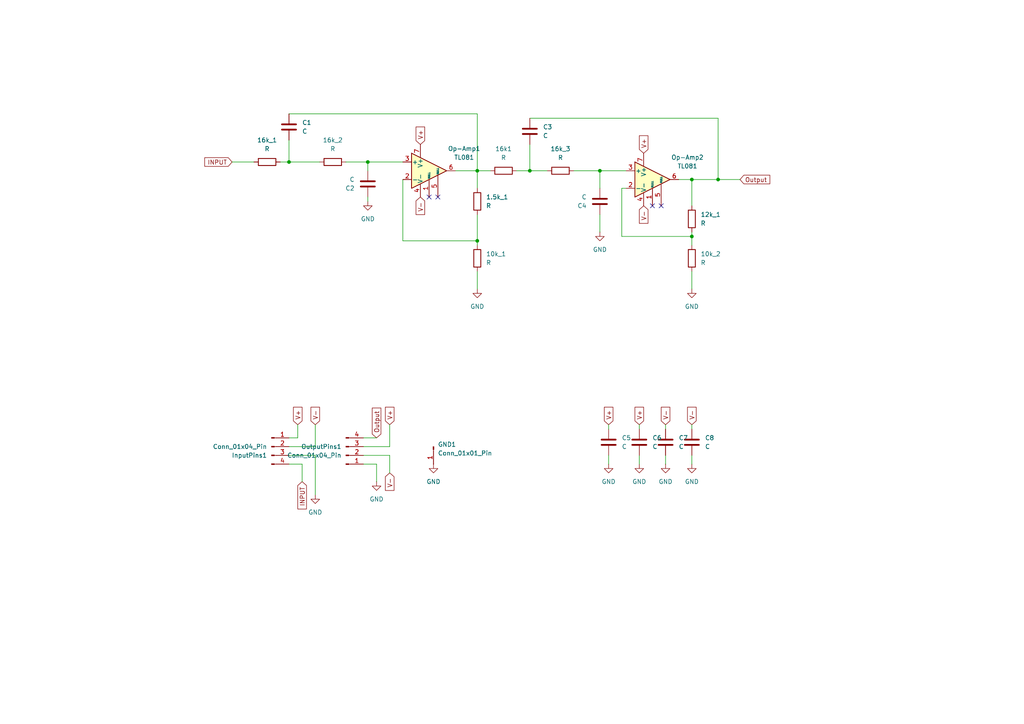
<source format=kicad_sch>
(kicad_sch (version 20250114) (generator "eeschema") (generator_version "9.0")
  (paper "A4")
  (lib_symbols
    (symbol "Amplifier_Operational:TL081" (pin_names (offset 0.127))
      (property "Reference" "U" (at 0 6.35 0))
      (property "Value" "TL081" (at 0 3.81 0))
      (symbol "TL081_0_1"
        (polyline (pts (xy -5.08 5.08) (xy 5.08 0) (xy -5.08 -5.08) (xy -5.08 5.08)) (stroke (width 0.254)) (fill (type background)))
      )
      (symbol "TL081_1_1"
        (pin input line (at -7.62 2.54 0) (length 2.54) (name "+") (number "3"))
        (pin input line (at -7.62 -2.54 0) (length 2.54) (name "-") (number "2"))
        (pin power_in line (at -2.54 7.62 270) (length 3.81) (name "V+") (number "7"))
        (pin power_in line (at -2.54 -7.62 90) (length 3.81) (name "V-") (number "4"))
        (pin no_connect line (at 0 2.54 270) (length 2.54) (hide yes) (name "NC") (number "8"))
        (pin input line (at 0 -7.62 90) (length 5.08) (name "NULL") (number "1"))
        (pin input line (at 2.54 -7.62 90) (length 6.35) (name "NULL") (number "5"))
        (pin output line (at 7.62 0 180) (length 2.54) (name "~") (number "6"))
      )
    )
    (symbol "Connector:Conn_01x01_Pin" (pin_names (offset 1.016) (hide yes))
      (property "Reference" "J" (at 0 2.54 0))
      (property "Value" "Conn_01x01_Pin" (at 0 -2.54 0))
      (symbol "Conn_01x01_Pin_1_1"
        (rectangle (start 0.8636 0.127) (end 0 -0.127) (stroke (width 0.1524)) (fill (type outline)))
        (polyline (pts (xy 1.27 0) (xy 0.8636 0)) (stroke (width 0.1524)))
        (pin passive line (at 5.08 0 180) (length 3.81) (name "Pin_1") (number "1"))
      )
    )
    (symbol "Connector:Conn_01x04_Pin" (pin_names (offset 1.016) (hide yes))
      (property "Reference" "J" (at 0 5.08 0))
      (property "Value" "Conn_01x04_Pin" (at 0 -7.62 0))
      (symbol "Conn_01x04_Pin_1_1"
        (rectangle (start 0.8636 2.667) (end 0 2.413) (stroke (width 0.1524)) (fill (type outline)))
        (rectangle (start 0.8636 0.127) (end 0 -0.127) (stroke (width 0.1524)) (fill (type outline)))
        (rectangle (start 0.8636 -2.413) (end 0 -2.667) (stroke (width 0.1524)) (fill (type outline)))
        (rectangle (start 0.8636 -4.953) (end 0 -5.207) (stroke (width 0.1524)) (fill (type outline)))
        (polyline (pts (xy 1.27 2.54) (xy 0.8636 2.54)) (stroke (width 0.1524)))
        (polyline (pts (xy 1.27 0) (xy 0.8636 0)) (stroke (width 0.1524)))
        (polyline (pts (xy 1.27 -2.54) (xy 0.8636 -2.54)) (stroke (width 0.1524)))
        (polyline (pts (xy 1.27 -5.08) (xy 0.8636 -5.08)) (stroke (width 0.1524)))
        (pin passive line (at 5.08 2.54 180) (length 3.81) (name "Pin_1") (number "1"))
        (pin passive line (at 5.08 0 180) (length 3.81) (name "Pin_2") (number "2"))
        (pin passive line (at 5.08 -2.54 180) (length 3.81) (name "Pin_3") (number "3"))
        (pin passive line (at 5.08 -5.08 180) (length 3.81) (name "Pin_4") (number "4"))
      )
    )
    (symbol "Device:C" (pin_numbers (hide yes)) (pin_names (offset 0.254))
      (property "Reference" "C" (at 0.635 2.54 0))
      (property "Value" "C" (at 0.635 -2.54 0))
      (symbol "C_0_1"
        (polyline (pts (xy -2.032 0.762) (xy 2.032 0.762)) (stroke (width 0.508)))
        (polyline (pts (xy -2.032 -0.762) (xy 2.032 -0.762)) (stroke (width 0.508)))
      )
      (symbol "C_1_1"
        (pin passive line (at 0 3.81 270) (length 2.794) (name "~") (number "1"))
        (pin passive line (at 0 -3.81 90) (length 2.794) (name "~") (number "2"))
      )
    )
    (symbol "Device:R" (pin_numbers (hide yes)) (pin_names (offset 0))
      (property "Reference" "R" (at 2.032 0 90))
      (property "Value" "R" (at 0 0 90))
      (symbol "R_0_1"
        (rectangle (start -1.016 -2.54) (end 1.016 2.54) (stroke (width 0.254)))
      )
      (symbol "R_1_1"
        (pin passive line (at 0 3.81 270) (length 1.27) (name "~") (number "1"))
        (pin passive line (at 0 -3.81 90) (length 1.27) (name "~") (number "2"))
      )
    )
    (symbol "power:GND" (power) (pin_numbers (hide yes)) (pin_names (offset 0) (hide yes))
      (property "Value" "GND" (at 0 -3.81 0))
      (symbol "GND_0_1"
        (polyline (pts (xy 0 0) (xy 0 -1.27) (xy 1.27 -1.27) (xy 0 -2.54) (xy -1.27 -1.27) (xy 0 -1.27)))
      )
      (symbol "GND_1_1"
        (pin power_in line (at 0 0 270) (length 0) (name "~") (number "1"))
      )
    )
  )
  (junction (at 106.68 46.99))
  (junction (at 83.82 46.99))
  (junction (at 138.43 49.53))
  (junction (at 173.99 49.53))
  (junction (at 208.28 52.07))
  (junction (at 200.66 68.58))
  (junction (at 138.43 69.85))
  (junction (at 153.67 49.53))
  (junction (at 200.66 52.07))
  (no_connect (at 127 57.15))
  (no_connect (at 191.77 59.69))
  (no_connect (at 189.23 59.69))
  (no_connect (at 124.46 57.15))
  (wire (pts (xy 176.53 132.08) (xy 176.53 134.62)))
  (wire (pts (xy 200.66 123.19) (xy 200.66 124.46)))
  (wire (pts (xy 83.82 33.02) (xy 138.43 33.02)))
  (wire (pts (xy 180.34 54.61) (xy 180.34 68.58)))
  (wire (pts (xy 138.43 49.53) (xy 142.24 49.53)))
  (wire (pts (xy 91.44 129.54) (xy 83.82 129.54)))
  (wire (pts (xy 91.44 143.51) (xy 91.44 132.08)))
  (wire (pts (xy 176.53 123.19) (xy 176.53 124.46)))
  (wire (pts (xy 193.04 123.19) (xy 193.04 124.46)))
  (wire (pts (xy 214.63 52.07) (xy 208.28 52.07)))
  (wire (pts (xy 106.68 49.53) (xy 106.68 46.99)))
  (wire (pts (xy 200.66 68.58) (xy 200.66 71.12)))
  (wire (pts (xy 200.66 67.31) (xy 200.66 68.58)))
  (wire (pts (xy 173.99 49.53) (xy 181.61 49.53)))
  (wire (pts (xy 100.33 46.99) (xy 106.68 46.99)))
  (wire (pts (xy 109.22 134.62) (xy 109.22 139.7)))
  (wire (pts (xy 86.36 127) (xy 83.82 127)))
  (wire (pts (xy 153.67 41.91) (xy 153.67 49.53)))
  (wire (pts (xy 83.82 40.64) (xy 83.82 46.99)))
  (wire (pts (xy 185.42 123.19) (xy 185.42 124.46)))
  (wire (pts (xy 132.08 49.53) (xy 138.43 49.53)))
  (wire (pts (xy 113.03 137.16) (xy 113.03 132.08)))
  (wire (pts (xy 106.68 58.42) (xy 106.68 57.15)))
  (wire (pts (xy 83.82 46.99) (xy 92.71 46.99)))
  (wire (pts (xy 193.04 134.62) (xy 193.04 132.08)))
  (wire (pts (xy 87.63 134.62) (xy 87.63 139.7)))
  (wire (pts (xy 180.34 68.58) (xy 200.66 68.58)))
  (wire (pts (xy 109.22 134.62) (xy 105.41 134.62)))
  (wire (pts (xy 153.67 49.53) (xy 158.75 49.53)))
  (wire (pts (xy 116.84 69.85) (xy 138.43 69.85)))
  (wire (pts (xy 200.66 134.62) (xy 200.66 132.08)))
  (wire (pts (xy 81.28 46.99) (xy 83.82 46.99)))
  (wire (pts (xy 113.03 129.54) (xy 105.41 129.54)))
  (wire (pts (xy 109.22 127) (xy 105.41 127)))
  (wire (pts (xy 173.99 67.31) (xy 173.99 62.23)))
  (wire (pts (xy 185.42 132.08) (xy 185.42 134.62)))
  (wire (pts (xy 116.84 52.07) (xy 116.84 69.85)))
  (wire (pts (xy 208.28 34.29) (xy 208.28 52.07)))
  (wire (pts (xy 113.03 132.08) (xy 105.41 132.08)))
  (wire (pts (xy 73.66 46.99) (xy 67.31 46.99)))
  (wire (pts (xy 91.44 123.19) (xy 91.44 129.54)))
  (wire (pts (xy 200.66 52.07) (xy 200.66 59.69)))
  (wire (pts (xy 138.43 62.23) (xy 138.43 69.85)))
  (wire (pts (xy 149.86 49.53) (xy 153.67 49.53)))
  (wire (pts (xy 138.43 33.02) (xy 138.43 49.53)))
  (wire (pts (xy 166.37 49.53) (xy 173.99 49.53)))
  (wire (pts (xy 173.99 54.61) (xy 173.99 49.53)))
  (wire (pts (xy 180.34 54.61) (xy 181.61 54.61)))
  (wire (pts (xy 106.68 46.99) (xy 116.84 46.99)))
  (wire (pts (xy 113.03 123.19) (xy 113.03 129.54)))
  (wire (pts (xy 200.66 78.74) (xy 200.66 83.82)))
  (wire (pts (xy 138.43 49.53) (xy 138.43 54.61)))
  (wire (pts (xy 138.43 69.85) (xy 138.43 71.12)))
  (wire (pts (xy 153.67 34.29) (xy 208.28 34.29)))
  (wire (pts (xy 138.43 78.74) (xy 138.43 83.82)))
  (wire (pts (xy 91.44 132.08) (xy 83.82 132.08)))
  (wire (pts (xy 208.28 52.07) (xy 200.66 52.07)))
  (wire (pts (xy 200.66 52.07) (xy 196.85 52.07)))
  (wire (pts (xy 87.63 134.62) (xy 83.82 134.62)))
  (wire (pts (xy 86.36 123.19) (xy 86.36 127)))
  (global_label "V-" (shape input) (at 113.03 137.16 270) (property "Intersheetrefs" "${INTERSHEET_REFS}" (effects (hide yes))))
  (global_label "V+" (shape input) (at 121.92 41.91 90) (property "Intersheetrefs" "${INTERSHEET_REFS}" (effects (hide yes))))
  (global_label "V-" (shape input) (at 186.69 59.69 270) (property "Intersheetrefs" "${INTERSHEET_REFS}" (effects (hide yes))))
  (global_label "V-" (shape input) (at 121.92 57.15 270) (property "Intersheetrefs" "${INTERSHEET_REFS}" (effects (hide yes))))
  (global_label "Output" (shape input) (at 109.22 127 90) (property "Intersheetrefs" "${INTERSHEET_REFS}" (effects (hide yes))))
  (global_label "V+" (shape input) (at 86.36 123.19 90) (property "Intersheetrefs" "${INTERSHEET_REFS}" (effects (hide yes))))
  (global_label "V+" (shape input) (at 185.42 123.19 90) (property "Intersheetrefs" "${INTERSHEET_REFS}" (effects (hide yes))))
  (global_label "INPUT" (shape input) (at 87.63 139.7 270) (property "Intersheetrefs" "${INTERSHEET_REFS}" (effects (hide yes))))
  (global_label "V-" (shape input) (at 193.04 123.19 90) (property "Intersheetrefs" "${INTERSHEET_REFS}" (effects (hide yes))))
  (global_label "INPUT" (shape input) (at 67.31 46.99 180) (property "Intersheetrefs" "${INTERSHEET_REFS}" (effects (hide yes))))
  (global_label "V-" (shape input) (at 200.66 123.19 90) (property "Intersheetrefs" "${INTERSHEET_REFS}" (effects (hide yes))))
  (global_label "V+" (shape input) (at 186.69 44.45 90) (property "Intersheetrefs" "${INTERSHEET_REFS}" (effects (hide yes))))
  (global_label "V+" (shape input) (at 113.03 123.19 90) (property "Intersheetrefs" "${INTERSHEET_REFS}" (effects (hide yes))))
  (global_label "V+" (shape input) (at 176.53 123.19 90) (property "Intersheetrefs" "${INTERSHEET_REFS}" (effects (hide yes))))
  (global_label "V-" (shape input) (at 91.44 123.19 90) (property "Intersheetrefs" "${INTERSHEET_REFS}" (effects (hide yes))))
  (global_label "Output" (shape input) (at 214.63 52.07 0) (property "Intersheetrefs" "${INTERSHEET_REFS}" (effects (hide yes))))
  (symbol (lib_id "Device:C") (at 176.53 128.27 0) (unit 1)
    (property "Reference" "C5" (at 180.34 126.9999 0) (effects (justify left)))
    (property "Value" "C" (at 180.34 129.5399 0) (effects (justify left)))
    (property "Footprint" "Capacitor_THT:C_Rect_L18.0mm_W6.0mm_P15.00mm_FKS3_FKP3" (effects (hide yes)))
    (property "Description" "Unpolarized capacitor" (effects (hide yes)))
  )
  (symbol (lib_id "Device:C") (at 185.42 128.27 0) (unit 1)
    (property "Reference" "C6" (at 189.23 126.9999 0) (effects (justify left)))
    (property "Value" "C" (at 189.23 129.5399 0) (effects (justify left)))
    (property "Footprint" "Capacitor_THT:C_Rect_L18.0mm_W6.0mm_P15.00mm_FKS3_FKP3" (effects (hide yes)))
    (property "Description" "Unpolarized capacitor" (effects (hide yes)))
  )
  (symbol (lib_id "Amplifier_Operational:TL081") (at 124.46 49.53 0) (unit 1)
    (property "Reference" "Op-Amp1" (at 134.62 43.1098 0))
    (property "Value" "TL081" (at 134.62 45.6498 0))
    (property "Footprint" "Package_DIP:DIP-8_W7.62mm_Socket" (effects (hide yes)))
    (property "Datasheet" "http://www.ti.com/lit/ds/symlink/tl081.pdf" (effects (hide yes)))
    (property "Description" "Single JFET-Input Operational Amplifiers, DIP-8/SOIC-8" (effects (hide yes)))
  )
  (symbol (lib_id "Device:R") (at 138.43 58.42 0) (unit 1)
    (property "Reference" "1.5k_1" (at 140.97 57.1499 0) (effects (justify left)))
    (property "Value" "R" (at 140.97 59.6899 0) (effects (justify left)))
    (property "Footprint" "Resistor_THT:R_Axial_DIN0207_L6.3mm_D2.5mm_P7.62mm_Horizontal" (effects (hide yes)))
    (property "Description" "Resistor" (effects (hide yes)))
  )
  (symbol (lib_id "Connector:Conn_01x01_Pin") (at 125.73 129.54 270) (unit 1)
    (property "Reference" "GND1" (at 127 128.9049 90) (effects (justify left)))
    (property "Value" "Conn_01x01_Pin" (at 127 131.4449 90) (effects (justify left)))
    (property "Footprint" "Connector_PinHeader_2.54mm:PinHeader_1x01_P2.54mm_Vertical" (effects (hide yes)))
    (property "Description" "Generic connector, single row, 01x01, script generated" (effects (hide yes)))
  )
  (symbol (lib_id "Connector:Conn_01x04_Pin") (at 100.33 132.08 0) (mirror x) (unit 1)
    (property "Reference" "OutputPins1" (at 99.06 129.5399 0) (effects (justify right)))
    (property "Value" "Conn_01x04_Pin" (at 99.06 132.0799 0) (effects (justify right)))
    (property "Footprint" "Connector_PinHeader_2.54mm:PinHeader_1x04_P2.54mm_Vertical" (effects (hide yes)))
    (property "Description" "Generic connector, single row, 01x04, script generated" (effects (hide yes)))
  )
  (symbol (lib_id "Amplifier_Operational:TL081") (at 189.23 52.07 0) (unit 1)
    (property "Reference" "Op-Amp2" (at 199.39 45.6498 0))
    (property "Value" "TL081" (at 199.39 48.1898 0))
    (property "Footprint" "Package_DIP:DIP-8_W7.62mm_Socket" (effects (hide yes)))
    (property "Datasheet" "http://www.ti.com/lit/ds/symlink/tl081.pdf" (effects (hide yes)))
    (property "Description" "Single JFET-Input Operational Amplifiers, DIP-8/SOIC-8" (effects (hide yes)))
  )
  (symbol (lib_id "power:GND") (at 185.42 134.62 0) (unit 1)
    (property "Reference" "#PWR08" (effects (hide yes)))
    (property "Value" "GND" (at 185.42 139.7 0))
    (property "Description" "Power symbol creates a global label with name \"GND\" , ground" (effects (hide yes)))
  )
  (symbol (lib_id "power:GND") (at 173.99 67.31 0) (unit 1)
    (property "Reference" "#PWR06" (effects (hide yes)))
    (property "Value" "GND" (at 173.99 72.39 0))
    (property "Description" "Power symbol creates a global label with name \"GND\" , ground" (effects (hide yes)))
  )
  (symbol (lib_id "Device:R") (at 77.47 46.99 90) (unit 1)
    (property "Reference" "16k_1" (at 77.47 40.64 90))
    (property "Value" "R" (at 77.47 43.18 90))
    (property "Footprint" "Resistor_THT:R_Axial_DIN0207_L6.3mm_D2.5mm_P7.62mm_Horizontal" (effects (hide yes)))
    (property "Description" "Resistor" (effects (hide yes)))
  )
  (symbol (lib_id "Device:C") (at 200.66 128.27 0) (unit 1)
    (property "Reference" "C8" (at 204.47 126.9999 0) (effects (justify left)))
    (property "Value" "C" (at 204.47 129.5399 0) (effects (justify left)))
    (property "Footprint" "Capacitor_THT:C_Rect_L18.0mm_W6.0mm_P15.00mm_FKS3_FKP3" (effects (hide yes)))
    (property "Description" "Unpolarized capacitor" (effects (hide yes)))
  )
  (symbol (lib_id "power:GND") (at 138.43 83.82 0) (unit 1)
    (property "Reference" "#PWR05" (effects (hide yes)))
    (property "Value" "GND" (at 138.43 88.9 0))
    (property "Description" "Power symbol creates a global label with name \"GND\" , ground" (effects (hide yes)))
  )
  (symbol (lib_id "power:GND") (at 91.44 143.51 0) (mirror y) (unit 1)
    (property "Reference" "#PWR01" (effects (hide yes)))
    (property "Value" "GND" (at 91.44 148.59 0))
    (property "Description" "Power symbol creates a global label with name \"GND\" , ground" (effects (hide yes)))
  )
  (symbol (lib_id "Device:C") (at 153.67 38.1 0) (unit 1)
    (property "Reference" "C3" (at 157.48 36.8299 0) (effects (justify left)))
    (property "Value" "C" (at 157.48 39.3699 0) (effects (justify left)))
    (property "Footprint" "Capacitor_THT:C_Rect_L18.0mm_W6.0mm_P15.00mm_FKS3_FKP3" (effects (hide yes)))
    (property "Description" "Unpolarized capacitor" (effects (hide yes)))
  )
  (symbol (lib_id "power:GND") (at 125.73 134.62 0) (unit 1)
    (property "Reference" "#PWR04" (effects (hide yes)))
    (property "Value" "GND" (at 125.73 139.7 0))
    (property "Description" "Power symbol creates a global label with name \"GND\" , ground" (effects (hide yes)))
  )
  (symbol (lib_id "Device:R") (at 200.66 74.93 0) (unit 1)
    (property "Reference" "10k_2" (at 203.2 73.6599 0) (effects (justify left)))
    (property "Value" "R" (at 203.2 76.1999 0) (effects (justify left)))
    (property "Footprint" "Resistor_THT:R_Axial_DIN0207_L6.3mm_D2.5mm_P7.62mm_Horizontal" (effects (hide yes)))
    (property "Description" "Resistor" (effects (hide yes)))
  )
  (symbol (lib_id "Connector:Conn_01x04_Pin") (at 78.74 129.54 0) (unit 1)
    (property "Reference" "InputPins1" (at 77.47 132.0801 0) (effects (justify right)))
    (property "Value" "Conn_01x04_Pin" (at 77.47 129.5401 0) (effects (justify right)))
    (property "Footprint" "Connector_PinHeader_2.54mm:PinHeader_1x04_P2.54mm_Vertical" (effects (hide yes)))
    (property "Description" "Generic connector, single row, 01x04, script generated" (effects (hide yes)))
  )
  (symbol (lib_id "Device:R") (at 146.05 49.53 90) (unit 1)
    (property "Reference" "16k1" (at 146.05 43.18 90))
    (property "Value" "R" (at 146.05 45.72 90))
    (property "Footprint" "Resistor_THT:R_Axial_DIN0207_L6.3mm_D2.5mm_P7.62mm_Horizontal" (effects (hide yes)))
    (property "Description" "Resistor" (effects (hide yes)))
  )
  (symbol (lib_id "Device:R") (at 96.52 46.99 90) (unit 1)
    (property "Reference" "16k_2" (at 96.52 40.64 90))
    (property "Value" "R" (at 96.52 43.18 90))
    (property "Footprint" "Resistor_THT:R_Axial_DIN0207_L6.3mm_D2.5mm_P7.62mm_Horizontal" (effects (hide yes)))
    (property "Description" "Resistor" (effects (hide yes)))
  )
  (symbol (lib_id "Device:C") (at 83.82 36.83 0) (unit 1)
    (property "Reference" "C1" (at 87.63 35.5599 0) (effects (justify left)))
    (property "Value" "C" (at 87.63 38.0999 0) (effects (justify left)))
    (property "Footprint" "Capacitor_THT:C_Rect_L18.0mm_W6.0mm_P15.00mm_FKS3_FKP3" (effects (hide yes)))
    (property "Description" "Unpolarized capacitor" (effects (hide yes)))
  )
  (symbol (lib_id "Device:C") (at 106.68 53.34 180) (unit 1)
    (property "Reference" "C2" (at 102.87 54.6101 0) (effects (justify left)))
    (property "Value" "C" (at 102.87 52.0701 0) (effects (justify left)))
    (property "Footprint" "Capacitor_THT:C_Rect_L18.0mm_W6.0mm_P15.00mm_FKS3_FKP3" (effects (hide yes)))
    (property "Description" "Unpolarized capacitor" (effects (hide yes)))
  )
  (symbol (lib_id "power:GND") (at 193.04 134.62 0) (unit 1)
    (property "Reference" "#PWR09" (effects (hide yes)))
    (property "Value" "GND" (at 193.04 139.7 0))
    (property "Description" "Power symbol creates a global label with name \"GND\" , ground" (effects (hide yes)))
  )
  (symbol (lib_id "power:GND") (at 176.53 134.62 0) (unit 1)
    (property "Reference" "#PWR07" (effects (hide yes)))
    (property "Value" "GND" (at 176.53 139.7 0))
    (property "Description" "Power symbol creates a global label with name \"GND\" , ground" (effects (hide yes)))
  )
  (symbol (lib_id "power:GND") (at 109.22 139.7 0) (mirror y) (unit 1)
    (property "Reference" "#PWR03" (effects (hide yes)))
    (property "Value" "GND" (at 109.22 144.78 0))
    (property "Description" "Power symbol creates a global label with name \"GND\" , ground" (effects (hide yes)))
  )
  (symbol (lib_id "Device:R") (at 138.43 74.93 0) (unit 1)
    (property "Reference" "10k_1" (at 140.97 73.6599 0) (effects (justify left)))
    (property "Value" "R" (at 140.97 76.1999 0) (effects (justify left)))
    (property "Footprint" "Resistor_THT:R_Axial_DIN0207_L6.3mm_D2.5mm_P7.62mm_Horizontal" (effects (hide yes)))
    (property "Description" "Resistor" (effects (hide yes)))
  )
  (symbol (lib_id "power:GND") (at 200.66 134.62 0) (unit 1)
    (property "Reference" "#PWR011" (effects (hide yes)))
    (property "Value" "GND" (at 200.66 139.7 0))
    (property "Description" "Power symbol creates a global label with name \"GND\" , ground" (effects (hide yes)))
  )
  (symbol (lib_id "Device:C") (at 193.04 128.27 0) (unit 1)
    (property "Reference" "C7" (at 196.85 126.9999 0) (effects (justify left)))
    (property "Value" "C" (at 196.85 129.5399 0) (effects (justify left)))
    (property "Footprint" "Capacitor_THT:C_Rect_L18.0mm_W6.0mm_P15.00mm_FKS3_FKP3" (effects (hide yes)))
    (property "Description" "Unpolarized capacitor" (effects (hide yes)))
  )
  (symbol (lib_id "power:GND") (at 106.68 58.42 0) (unit 1)
    (property "Reference" "#PWR02" (effects (hide yes)))
    (property "Value" "GND" (at 106.68 63.5 0))
    (property "Description" "Power symbol creates a global label with name \"GND\" , ground" (effects (hide yes)))
  )
  (symbol (lib_id "power:GND") (at 200.66 83.82 0) (unit 1)
    (property "Reference" "#PWR010" (effects (hide yes)))
    (property "Value" "GND" (at 200.66 88.9 0))
    (property "Description" "Power symbol creates a global label with name \"GND\" , ground" (effects (hide yes)))
  )
  (symbol (lib_id "Device:R") (at 162.56 49.53 90) (unit 1)
    (property "Reference" "16k_3" (at 162.56 43.18 90))
    (property "Value" "R" (at 162.56 45.72 90))
    (property "Footprint" "Resistor_THT:R_Axial_DIN0207_L6.3mm_D2.5mm_P7.62mm_Horizontal" (effects (hide yes)))
    (property "Description" "Resistor" (effects (hide yes)))
  )
  (symbol (lib_id "Device:C") (at 173.99 58.42 180) (unit 1)
    (property "Reference" "C4" (at 170.18 59.6901 0) (effects (justify left)))
    (property "Value" "C" (at 170.18 57.1501 0) (effects (justify left)))
    (property "Footprint" "Capacitor_THT:C_Rect_L18.0mm_W6.0mm_P15.00mm_FKS3_FKP3" (effects (hide yes)))
    (property "Description" "Unpolarized capacitor" (effects (hide yes)))
  )
  (symbol (lib_id "Device:R") (at 200.66 63.5 0) (unit 1)
    (property "Reference" "12k_1" (at 203.2 62.2299 0) (effects (justify left)))
    (property "Value" "R" (at 203.2 64.7699 0) (effects (justify left)))
    (property "Footprint" "Resistor_THT:R_Axial_DIN0207_L6.3mm_D2.5mm_P7.62mm_Horizontal" (effects (hide yes)))
    (property "Description" "Resistor" (effects (hide yes)))
  )
)
</source>
